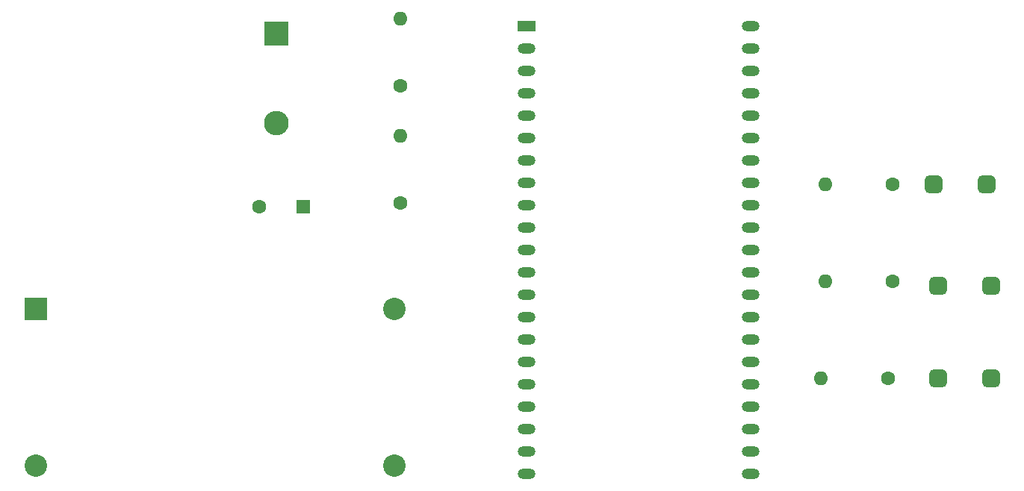
<source format=gbr>
%TF.GenerationSoftware,KiCad,Pcbnew,8.0.1*%
%TF.CreationDate,2024-09-13T04:46:56+01:00*%
%TF.ProjectId,monitor,6d6f6e69-746f-4722-9e6b-696361645f70,rev?*%
%TF.SameCoordinates,Original*%
%TF.FileFunction,Soldermask,Top*%
%TF.FilePolarity,Negative*%
%FSLAX46Y46*%
G04 Gerber Fmt 4.6, Leading zero omitted, Abs format (unit mm)*
G04 Created by KiCad (PCBNEW 8.0.1) date 2024-09-13 04:46:56*
%MOMM*%
%LPD*%
G01*
G04 APERTURE LIST*
G04 Aperture macros list*
%AMRoundRect*
0 Rectangle with rounded corners*
0 $1 Rounding radius*
0 $2 $3 $4 $5 $6 $7 $8 $9 X,Y pos of 4 corners*
0 Add a 4 corners polygon primitive as box body*
4,1,4,$2,$3,$4,$5,$6,$7,$8,$9,$2,$3,0*
0 Add four circle primitives for the rounded corners*
1,1,$1+$1,$2,$3*
1,1,$1+$1,$4,$5*
1,1,$1+$1,$6,$7*
1,1,$1+$1,$8,$9*
0 Add four rect primitives between the rounded corners*
20,1,$1+$1,$2,$3,$4,$5,0*
20,1,$1+$1,$4,$5,$6,$7,0*
20,1,$1+$1,$6,$7,$8,$9,0*
20,1,$1+$1,$8,$9,$2,$3,0*%
G04 Aperture macros list end*
%ADD10C,1.600000*%
%ADD11O,1.600000X1.600000*%
%ADD12RoundRect,0.500000X-0.500000X-0.500000X0.500000X-0.500000X0.500000X0.500000X-0.500000X0.500000X0*%
%ADD13R,1.600000X1.600000*%
%ADD14R,2.540000X2.540000*%
%ADD15C,2.540000*%
%ADD16R,2.000000X1.200000*%
%ADD17O,2.000000X1.200000*%
%ADD18R,2.800000X2.800000*%
%ADD19O,2.800000X2.800000*%
G04 APERTURE END LIST*
D10*
%TO.C,5.6k*%
X94000000Y-97620000D03*
D11*
X94000000Y-90000000D03*
%TD*%
D12*
%TO.C,REF\u002A\u002A*%
X154500000Y-95500000D03*
X160500000Y-95500000D03*
%TD*%
D13*
%TO.C,REF1*%
X83000000Y-98000000D03*
D10*
X78000000Y-98000000D03*
%TD*%
D14*
%TO.C,REF\u002A\u002A*%
X52680000Y-109610000D03*
D15*
X52680000Y-127390000D03*
X93320000Y-127390000D03*
X93320000Y-109610000D03*
%TD*%
D10*
%TO.C,10k*%
X149810000Y-95500000D03*
D11*
X142190000Y-95500000D03*
%TD*%
D10*
%TO.C,10k*%
X149310000Y-117500000D03*
D11*
X141690000Y-117500000D03*
%TD*%
D16*
%TO.C,REF\u002A\u002A*%
X108300000Y-77556560D03*
D17*
X108300000Y-80096560D03*
X108300000Y-82636560D03*
X108300000Y-85176560D03*
X108300000Y-87716560D03*
X108300000Y-90256560D03*
X108300000Y-92796560D03*
X108300000Y-95336560D03*
X108300000Y-97876560D03*
X108300000Y-100416560D03*
X108300000Y-102956560D03*
X108300000Y-105496560D03*
X108300000Y-108036560D03*
X108300000Y-110576560D03*
X108300000Y-113116560D03*
X108300000Y-115656560D03*
X108300000Y-118196560D03*
X108300000Y-120736560D03*
X108300000Y-123276560D03*
X108300000Y-125816560D03*
X108300000Y-128356560D03*
X133700000Y-128356560D03*
X133700000Y-125816560D03*
X133700000Y-123276560D03*
X133700000Y-120736560D03*
X133700000Y-118196560D03*
X133700000Y-115656560D03*
X133700000Y-113116560D03*
X133700000Y-110576560D03*
X133700000Y-108036560D03*
X133700000Y-105496560D03*
X133700000Y-102956560D03*
X133700000Y-100416560D03*
X133700000Y-97876560D03*
X133700000Y-95336560D03*
X133700000Y-92796560D03*
X133700000Y-90256560D03*
X133700000Y-87716560D03*
X133700000Y-85176560D03*
X133700000Y-82636560D03*
X133700000Y-80096560D03*
X133700000Y-77556560D03*
%TD*%
D12*
%TO.C,REF\u002A\u002A*%
X155000000Y-107000000D03*
X161000000Y-107000000D03*
%TD*%
%TO.C,REF\u002A\u002A*%
X155000000Y-117500000D03*
X161000000Y-117500000D03*
%TD*%
D10*
%TO.C,10k*%
X149810000Y-106500000D03*
D11*
X142190000Y-106500000D03*
%TD*%
D10*
%TO.C,100k*%
X94000000Y-84310000D03*
D11*
X94000000Y-76690000D03*
%TD*%
D18*
%TO.C,REF\u002A\u002A*%
X80000000Y-78420000D03*
D19*
X80000000Y-88580000D03*
%TD*%
M02*

</source>
